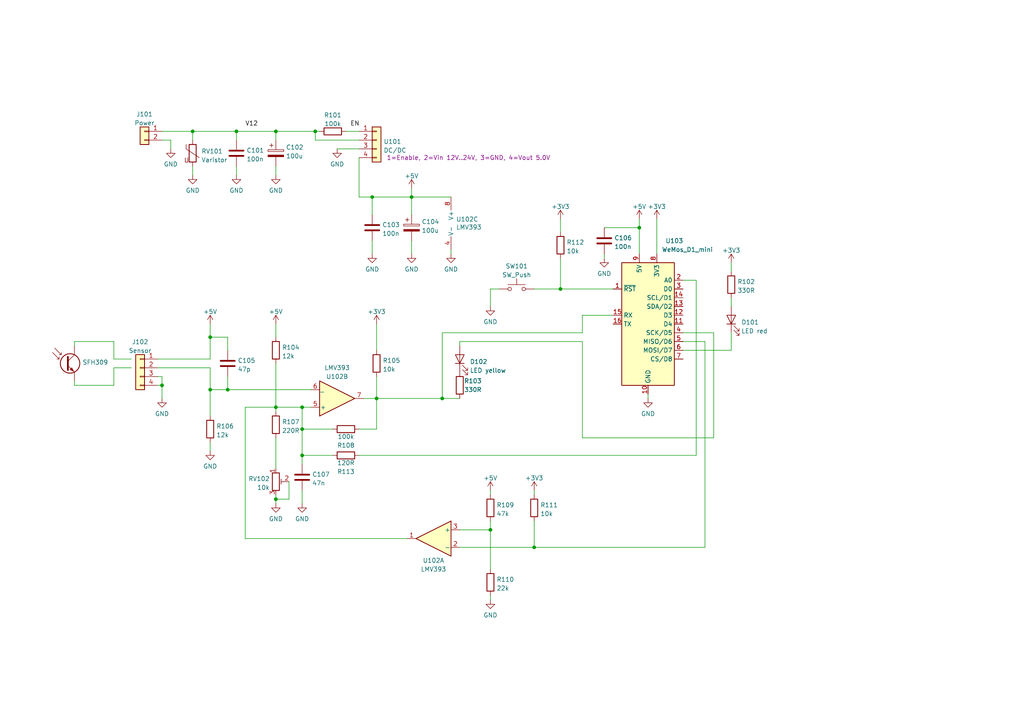
<source format=kicad_sch>
(kicad_sch (version 20211123) (generator eeschema)
  (paper "A4")
  (lib_symbols
    (symbol "Connector_Generic:Conn_01x02" (pin_names (offset 1.016) hide)
      (property "Reference" "J" (at 0 2.54 0))
      (property "Value" "Conn_01x02" (at 0 -5.08 0))
      (symbol "Conn_01x02_1_1"
        (rectangle (start -1.27 -2.413) (end 0 -2.667) (stroke (width 0.1524)))
        (rectangle (start -1.27 0.127) (end 0 -0.127) (stroke (width 0.1524)))
        (rectangle (start -1.27 1.27) (end 1.27 -3.81) (stroke (width 0.254)) (fill (type background)))
        (pin passive line (at -5.08 0 0) (length 3.81) (name "Pin_1") (number "1"))
        (pin passive line (at -5.08 -2.54 0) (length 3.81) (name "Pin_2") (number "2"))
      )
    )
    (symbol "Connector_Generic:Conn_01x04" (pin_names (offset 1.016) hide)
      (property "Reference" "J" (at 0 5.08 0))
      (property "Value" "Conn_01x04" (at 0 -7.62 0))
      (symbol "Conn_01x04_1_1"
        (rectangle (start -1.27 -4.953) (end 0 -5.207) (stroke (width 0.1524)))
        (rectangle (start -1.27 -2.413) (end 0 -2.667) (stroke (width 0.1524)))
        (rectangle (start -1.27 0.127) (end 0 -0.127) (stroke (width 0.1524)))
        (rectangle (start -1.27 2.667) (end 0 2.413) (stroke (width 0.1524)))
        (rectangle (start -1.27 3.81) (end 1.27 -6.35) (stroke (width 0.254)) (fill (type background)))
        (pin passive line (at -5.08 2.54 0) (length 3.81) (name "Pin_1") (number "1"))
        (pin passive line (at -5.08 0 0) (length 3.81) (name "Pin_2") (number "2"))
        (pin passive line (at -5.08 -2.54 0) (length 3.81) (name "Pin_3") (number "3"))
        (pin passive line (at -5.08 -5.08 0) (length 3.81) (name "Pin_4") (number "4"))
      )
    )
    (symbol "Device:C" (pin_numbers hide) (pin_names (offset 0.254))
      (property "Reference" "C" (at 0.635 2.54 0))
      (property "Value" "C" (at 0.635 -2.54 0))
      (symbol "C_0_1"
        (polyline (pts (xy -2.032 -0.762) (xy 2.032 -0.762)) (stroke (width 0.508)))
        (polyline (pts (xy -2.032 0.762) (xy 2.032 0.762)) (stroke (width 0.508)))
      )
      (symbol "C_1_1"
        (pin passive line (at 0 3.81 270) (length 2.794) (name "~") (number "1"))
        (pin passive line (at 0 -3.81 90) (length 2.794) (name "~") (number "2"))
      )
    )
    (symbol "Device:CP" (pin_numbers hide) (pin_names (offset 0.254))
      (property "Reference" "C" (at 0.635 2.54 0))
      (property "Value" "CP" (at 0.635 -2.54 0))
      (symbol "CP_0_1"
        (rectangle (start -2.286 0.508) (end 2.286 1.016))
        (polyline (pts (xy -1.778 2.286) (xy -0.762 2.286)))
        (polyline (pts (xy -1.27 2.794) (xy -1.27 1.778)))
        (rectangle (start 2.286 -0.508) (end -2.286 -1.016) (fill (type outline)))
      )
      (symbol "CP_1_1"
        (pin passive line (at 0 3.81 270) (length 2.794) (name "~") (number "1"))
        (pin passive line (at 0 -3.81 90) (length 2.794) (name "~") (number "2"))
      )
    )
    (symbol "Device:LED" (pin_numbers hide) (pin_names (offset 1.016) hide)
      (property "Reference" "D" (at 0 2.54 0))
      (property "Value" "LED" (at 0 -2.54 0))
      (symbol "LED_0_1"
        (polyline (pts (xy -1.27 -1.27) (xy -1.27 1.27)) (stroke (width 0.2032)))
        (polyline (pts (xy -1.27 0) (xy 1.27 0)))
        (polyline (pts (xy 1.27 -1.27) (xy 1.27 1.27) (xy -1.27 0) (xy 1.27 -1.27)) (stroke (width 0.2032)))
        (polyline (pts (xy -3.048 -0.762) (xy -4.572 -2.286) (xy -3.81 -2.286) (xy -4.572 -2.286) (xy -4.572 -1.524)))
        (polyline (pts (xy -1.778 -0.762) (xy -3.302 -2.286) (xy -2.54 -2.286) (xy -3.302 -2.286) (xy -3.302 -1.524)))
      )
      (symbol "LED_1_1"
        (pin passive line (at -3.81 0 0) (length 2.54) (name "K") (number "1"))
        (pin passive line (at 3.81 0 180) (length 2.54) (name "A") (number "2"))
      )
    )
    (symbol "Device:R" (pin_numbers hide) (pin_names (offset 0))
      (property "Reference" "R" (at 2.032 0 90))
      (property "Value" "R" (at 0 0 90))
      (symbol "R_0_1"
        (rectangle (start -1.016 -2.54) (end 1.016 2.54) (stroke (width 0.254)))
      )
      (symbol "R_1_1"
        (pin passive line (at 0 3.81 270) (length 1.27) (name "~") (number "1"))
        (pin passive line (at 0 -3.81 90) (length 1.27) (name "~") (number "2"))
      )
    )
    (symbol "Device:R_Potentiometer_Trim" (pin_names (offset 1.016) hide)
      (property "Reference" "RV" (at -4.445 0 90))
      (property "Value" "R_Potentiometer_Trim" (at -2.54 0 90))
      (symbol "R_Potentiometer_Trim_0_1"
        (polyline (pts (xy 1.524 0.762) (xy 1.524 -0.762)))
        (polyline (pts (xy 2.54 0) (xy 1.524 0)))
        (rectangle (start 1.016 2.54) (end -1.016 -2.54) (stroke (width 0.254)))
      )
      (symbol "R_Potentiometer_Trim_1_1"
        (pin passive line (at 0 3.81 270) (length 1.27) (name "1") (number "1"))
        (pin passive line (at 3.81 0 180) (length 1.27) (name "2") (number "2"))
        (pin passive line (at 0 -3.81 90) (length 1.27) (name "3") (number "3"))
      )
    )
    (symbol "Device:Varistor" (pin_numbers hide) (pin_names (offset 0))
      (property "Reference" "RV" (at 3.175 0 90))
      (property "Value" "Varistor" (at -3.175 0 90))
      (symbol "Varistor_0_0"
        (text "U" (at -1.778 -2.032 0) (effects (font (size 1.27 1.27))))
      )
      (symbol "Varistor_0_1"
        (rectangle (start -1.016 -2.54) (end 1.016 2.54) (stroke (width 0.254)))
        (polyline (pts (xy -1.905 2.54) (xy -1.905 1.27) (xy 1.905 -1.27)))
      )
      (symbol "Varistor_1_1"
        (pin passive line (at 0 3.81 270) (length 1.27) (name "~") (number "1"))
        (pin passive line (at 0 -3.81 90) (length 1.27) (name "~") (number "2"))
      )
    )
    (symbol "Energiezähler-rescue:LMV393-Comparator" (pin_names (offset 0.127))
      (property "Reference" "U" (at 3.81 3.81 0))
      (property "Value" "LMV393-Comparator" (at 6.35 -3.81 0))
      (symbol "LMV393-Comparator_1_1"
        (polyline (pts (xy -5.08 5.08) (xy 5.08 0) (xy -5.08 -5.08) (xy -5.08 5.08)) (stroke (width 0.254)) (fill (type background)))
        (pin open_collector line (at 7.62 0 180) (length 2.54) (name "~") (number "1"))
        (pin input line (at -7.62 -2.54 0) (length 2.54) (name "-") (number "2"))
        (pin input line (at -7.62 2.54 0) (length 2.54) (name "+") (number "3"))
      )
      (symbol "LMV393-Comparator_2_1"
        (polyline (pts (xy -5.08 5.08) (xy 5.08 0) (xy -5.08 -5.08) (xy -5.08 5.08)) (stroke (width 0.254)) (fill (type background)))
        (pin input line (at -7.62 2.54 0) (length 2.54) (name "+") (number "5"))
        (pin input line (at -7.62 -2.54 0) (length 2.54) (name "_") (number "6"))
        (pin open_collector line (at 7.62 0 180) (length 2.54) (name "~") (number "7"))
      )
      (symbol "LMV393-Comparator_3_1"
        (pin power_in line (at -2.54 -7.62 90) (length 3.81) (name "V-") (number "4"))
        (pin power_in line (at -2.54 7.62 270) (length 3.81) (name "V+") (number "8"))
      )
    )
    (symbol "Energiezähler-rescue:WeMos_D1_mini-MCU_Module"
      (property "Reference" "U" (at 3.81 19.05 0))
      (property "Value" "WeMos_D1_mini-MCU_Module" (at 1.27 -19.05 0))
      (symbol "WeMos_D1_mini-MCU_Module_1_1"
        (rectangle (start -7.62 17.78) (end 7.62 -17.78) (stroke (width 0.254)) (fill (type background)))
        (pin input line (at -10.16 10.16 0) (length 2.54) (name "~{RST}") (number "1"))
        (pin power_in line (at 0 -20.32 90) (length 2.54) (name "GND") (number "10"))
        (pin bidirectional line (at 10.16 0 180) (length 2.54) (name "D4") (number "11"))
        (pin bidirectional line (at 10.16 2.54 180) (length 2.54) (name "D3") (number "12"))
        (pin bidirectional line (at 10.16 5.08 180) (length 2.54) (name "SDA/D2") (number "13"))
        (pin bidirectional line (at 10.16 7.62 180) (length 2.54) (name "SCL/D1") (number "14"))
        (pin input line (at -10.16 2.54 0) (length 2.54) (name "RX") (number "15"))
        (pin output line (at -10.16 0 0) (length 2.54) (name "TX") (number "16"))
        (pin input line (at 10.16 12.7 180) (length 2.54) (name "A0") (number "2"))
        (pin bidirectional line (at 10.16 10.16 180) (length 2.54) (name "D0") (number "3"))
        (pin bidirectional line (at 10.16 -2.54 180) (length 2.54) (name "SCK/D5") (number "4"))
        (pin bidirectional line (at 10.16 -5.08 180) (length 2.54) (name "MISO/D6") (number "5"))
        (pin bidirectional line (at 10.16 -7.62 180) (length 2.54) (name "MOSI/D7") (number "6"))
        (pin bidirectional line (at 10.16 -10.16 180) (length 2.54) (name "CS/D8") (number "7"))
        (pin power_out line (at 2.54 20.32 270) (length 2.54) (name "3V3") (number "8"))
        (pin power_in line (at -2.54 20.32 270) (length 2.54) (name "5V") (number "9"))
      )
    )
    (symbol "Sensor_Optical:SFH309" (pin_numbers hide) (pin_names (offset 0) hide)
      (property "Reference" "Q" (at 5.08 1.27 0))
      (property "Value" "SFH309" (at 5.08 -1.27 0))
      (symbol "SFH309_0_1"
        (polyline (pts (xy -1.905 1.27) (xy -2.54 1.27)))
        (polyline (pts (xy -1.27 2.54) (xy -1.905 2.54)))
        (polyline (pts (xy 0.635 0.635) (xy 2.54 2.54)))
        (polyline (pts (xy -3.81 3.175) (xy -1.905 1.27) (xy -1.905 1.905)))
        (polyline (pts (xy -3.175 4.445) (xy -1.27 2.54) (xy -1.27 3.175)))
        (polyline (pts (xy 0.635 -0.635) (xy 2.54 -2.54) (xy 2.54 -2.54)))
        (polyline (pts (xy 0.635 1.905) (xy 0.635 -1.905) (xy 0.635 -1.905)) (stroke (width 0.508)))
        (polyline (pts (xy 1.27 -1.778) (xy 1.778 -1.27) (xy 2.286 -2.286) (xy 1.27 -1.778) (xy 1.27 -1.778)) (fill (type outline)))
        (circle (center 1.27 0) (radius 2.8194) (stroke (width 0.254)))
      )
      (symbol "SFH309_1_1"
        (pin passive line (at 2.54 5.08 270) (length 2.54) (name "C") (number "1"))
        (pin passive line (at 2.54 -5.08 90) (length 2.54) (name "E") (number "2"))
      )
    )
    (symbol "Switch:SW_Push" (pin_numbers hide) (pin_names (offset 1.016) hide)
      (property "Reference" "SW101" (at 0 6.6208 0))
      (property "Value" "SW_Push" (at 0 4.0839 0))
      (symbol "SW_Push_0_1"
        (circle (center -2.032 0) (radius 0.508))
        (polyline (pts (xy 0 1.27) (xy 0 3.048)))
        (polyline (pts (xy 2.54 1.27) (xy -2.54 1.27)))
        (circle (center 2.032 0) (radius 0.508))
        (pin passive line (at -5.08 0 0) (length 2.54) (name "1") (number "1"))
        (pin passive line (at 5.08 0 180) (length 2.54) (name "2") (number "2"))
      )
    )
    (symbol "power:+3.3V" (power) (pin_names (offset 0))
      (property "Value" "+3.3V" (at 0 3.556 0))
      (symbol "+3.3V_0_1"
        (polyline (pts (xy -0.762 1.27) (xy 0 2.54)))
        (polyline (pts (xy 0 0) (xy 0 2.54)))
        (polyline (pts (xy 0 2.54) (xy 0.762 1.27)))
      )
      (symbol "+3.3V_1_1"
        (pin power_in line (at 0 0 90) (length 0) hide (name "+3V3") (number "1"))
      )
    )
    (symbol "power:+5V" (power) (pin_names (offset 0))
      (property "Value" "+5V" (at 0 3.556 0))
      (symbol "+5V_0_1"
        (polyline (pts (xy -0.762 1.27) (xy 0 2.54)))
        (polyline (pts (xy 0 0) (xy 0 2.54)))
        (polyline (pts (xy 0 2.54) (xy 0.762 1.27)))
      )
      (symbol "+5V_1_1"
        (pin power_in line (at 0 0 90) (length 0) hide (name "+5V") (number "1"))
      )
    )
    (symbol "power:GND" (power) (pin_names (offset 0))
      (property "Value" "GND" (at 0 -3.81 0))
      (symbol "GND_0_1"
        (polyline (pts (xy 0 0) (xy 0 -1.27) (xy 1.27 -1.27) (xy 0 -2.54) (xy -1.27 -1.27) (xy 0 -1.27)))
      )
      (symbol "GND_1_1"
        (pin power_in line (at 0 0 270) (length 0) hide (name "GND") (number "1"))
      )
    )
  )
  (junction (at 87.63 132.08))
  (junction (at 60.96 113.03))
  (junction (at 107.95 57.15))
  (junction (at 80.01 118.11))
  (junction (at 109.22 115.57))
  (junction (at 55.88 38.1))
  (junction (at 80.01 144.78))
  (junction (at 154.94 158.75))
  (junction (at 68.58 38.1))
  (junction (at 185.42 66.04))
  (junction (at 46.99 111.76))
  (junction (at 80.01 38.1))
  (junction (at 60.96 97.79))
  (junction (at 87.63 118.11))
  (junction (at 91.44 38.1))
  (junction (at 142.24 153.67))
  (junction (at 119.38 57.15))
  (junction (at 66.04 113.03))
  (junction (at 87.63 124.46))
  (junction (at 162.56 83.82))
  (junction (at 128.27 115.57))
  (wire (pts (xy 198.12 99.06) (xy 204.47 99.06)))
  (wire (pts (xy 68.58 38.1) (xy 68.58 40.64)))
  (wire (pts (xy 154.94 142.24) (xy 154.94 143.51)))
  (wire (pts (xy 107.95 69.85) (xy 107.95 73.66)))
  (wire (pts (xy 33.02 106.68) (xy 38.1 106.68)))
  (wire (pts (xy 154.94 83.82) (xy 162.56 83.82)))
  (wire (pts (xy 55.88 48.26) (xy 55.88 50.8)))
  (wire (pts (xy 104.14 132.08) (xy 201.93 132.08)))
  (wire (pts (xy 46.99 111.76) (xy 46.99 115.57)))
  (wire (pts (xy 109.22 124.46) (xy 109.22 115.57)))
  (wire (pts (xy 71.12 118.11) (xy 80.01 118.11)))
  (wire (pts (xy 21.59 99.06) (xy 33.02 99.06)))
  (wire (pts (xy 60.96 128.27) (xy 60.96 130.81)))
  (wire (pts (xy 130.81 72.39) (xy 130.81 73.66)))
  (wire (pts (xy 119.38 69.85) (xy 119.38 73.66)))
  (wire (pts (xy 107.95 57.15) (xy 119.38 57.15)))
  (wire (pts (xy 80.01 127) (xy 80.01 135.89)))
  (wire (pts (xy 21.59 111.76) (xy 33.02 111.76)))
  (wire (pts (xy 212.09 76.2) (xy 212.09 78.74)))
  (wire (pts (xy 109.22 115.57) (xy 128.27 115.57)))
  (wire (pts (xy 201.93 81.28) (xy 198.12 81.28)))
  (wire (pts (xy 60.96 106.68) (xy 60.96 113.03)))
  (wire (pts (xy 71.12 118.11) (xy 71.12 156.21)))
  (wire (pts (xy 154.94 151.13) (xy 154.94 158.75)))
  (wire (pts (xy 21.59 100.33) (xy 21.59 99.06)))
  (wire (pts (xy 190.5 63.5) (xy 190.5 73.66)))
  (wire (pts (xy 80.01 48.26) (xy 80.01 50.8)))
  (wire (pts (xy 100.33 38.1) (xy 104.14 38.1)))
  (wire (pts (xy 162.56 83.82) (xy 177.8 83.82)))
  (wire (pts (xy 142.24 172.72) (xy 142.24 173.99)))
  (wire (pts (xy 80.01 38.1) (xy 91.44 38.1)))
  (wire (pts (xy 87.63 132.08) (xy 96.52 132.08)))
  (wire (pts (xy 45.72 111.76) (xy 46.99 111.76)))
  (wire (pts (xy 21.59 110.49) (xy 21.59 111.76)))
  (wire (pts (xy 133.35 99.06) (xy 133.35 100.33)))
  (wire (pts (xy 83.82 139.7) (xy 83.82 144.78)))
  (wire (pts (xy 66.04 101.6) (xy 66.04 97.79)))
  (wire (pts (xy 49.53 40.64) (xy 49.53 43.18)))
  (wire (pts (xy 105.41 115.57) (xy 109.22 115.57)))
  (wire (pts (xy 107.95 62.23) (xy 107.95 57.15)))
  (wire (pts (xy 80.01 38.1) (xy 80.01 40.64)))
  (wire (pts (xy 87.63 142.24) (xy 87.63 146.05)))
  (wire (pts (xy 162.56 63.5) (xy 162.56 67.31)))
  (wire (pts (xy 119.38 54.61) (xy 119.38 57.15)))
  (wire (pts (xy 142.24 153.67) (xy 142.24 165.1)))
  (wire (pts (xy 96.52 124.46) (xy 87.63 124.46)))
  (wire (pts (xy 144.78 83.82) (xy 142.24 83.82)))
  (wire (pts (xy 55.88 38.1) (xy 68.58 38.1)))
  (wire (pts (xy 60.96 113.03) (xy 66.04 113.03)))
  (wire (pts (xy 185.42 63.5) (xy 185.42 66.04)))
  (wire (pts (xy 68.58 48.26) (xy 68.58 50.8)))
  (wire (pts (xy 87.63 118.11) (xy 90.17 118.11)))
  (wire (pts (xy 128.27 96.52) (xy 128.27 115.57)))
  (wire (pts (xy 133.35 153.67) (xy 142.24 153.67)))
  (wire (pts (xy 97.79 43.18) (xy 104.14 43.18)))
  (wire (pts (xy 119.38 62.23) (xy 119.38 57.15)))
  (wire (pts (xy 91.44 38.1) (xy 92.71 38.1)))
  (wire (pts (xy 207.01 96.52) (xy 207.01 127)))
  (wire (pts (xy 198.12 96.52) (xy 207.01 96.52)))
  (wire (pts (xy 104.14 57.15) (xy 107.95 57.15)))
  (wire (pts (xy 168.91 96.52) (xy 128.27 96.52)))
  (wire (pts (xy 68.58 38.1) (xy 80.01 38.1)))
  (wire (pts (xy 91.44 40.64) (xy 91.44 38.1)))
  (wire (pts (xy 80.01 119.38) (xy 80.01 118.11)))
  (wire (pts (xy 104.14 124.46) (xy 109.22 124.46)))
  (wire (pts (xy 80.01 143.51) (xy 80.01 144.78)))
  (wire (pts (xy 162.56 74.93) (xy 162.56 83.82)))
  (wire (pts (xy 60.96 104.14) (xy 60.96 97.79)))
  (wire (pts (xy 142.24 151.13) (xy 142.24 153.67)))
  (wire (pts (xy 133.35 158.75) (xy 154.94 158.75)))
  (wire (pts (xy 168.91 96.52) (xy 168.91 91.44)))
  (wire (pts (xy 60.96 113.03) (xy 60.96 120.65)))
  (wire (pts (xy 87.63 124.46) (xy 87.63 132.08)))
  (wire (pts (xy 33.02 104.14) (xy 38.1 104.14)))
  (wire (pts (xy 109.22 115.57) (xy 109.22 109.22)))
  (wire (pts (xy 33.02 106.68) (xy 33.02 111.76)))
  (wire (pts (xy 55.88 40.64) (xy 55.88 38.1)))
  (wire (pts (xy 168.91 99.06) (xy 168.91 127)))
  (wire (pts (xy 185.42 66.04) (xy 185.42 73.66)))
  (wire (pts (xy 66.04 113.03) (xy 90.17 113.03)))
  (wire (pts (xy 154.94 158.75) (xy 204.47 158.75)))
  (wire (pts (xy 142.24 142.24) (xy 142.24 143.51)))
  (wire (pts (xy 87.63 118.11) (xy 87.63 124.46)))
  (wire (pts (xy 60.96 97.79) (xy 60.96 93.98)))
  (wire (pts (xy 46.99 109.22) (xy 46.99 111.76)))
  (wire (pts (xy 45.72 109.22) (xy 46.99 109.22)))
  (wire (pts (xy 109.22 93.98) (xy 109.22 101.6)))
  (wire (pts (xy 71.12 156.21) (xy 118.11 156.21)))
  (wire (pts (xy 128.27 115.57) (xy 133.35 115.57)))
  (wire (pts (xy 212.09 101.6) (xy 212.09 96.52)))
  (wire (pts (xy 133.35 99.06) (xy 168.91 99.06)))
  (wire (pts (xy 66.04 109.22) (xy 66.04 113.03)))
  (wire (pts (xy 80.01 144.78) (xy 80.01 146.05)))
  (wire (pts (xy 168.91 91.44) (xy 177.8 91.44)))
  (wire (pts (xy 212.09 86.36) (xy 212.09 88.9)))
  (wire (pts (xy 45.72 106.68) (xy 60.96 106.68)))
  (wire (pts (xy 168.91 127) (xy 207.01 127)))
  (wire (pts (xy 46.99 38.1) (xy 55.88 38.1)))
  (wire (pts (xy 201.93 132.08) (xy 201.93 81.28)))
  (wire (pts (xy 80.01 144.78) (xy 83.82 144.78)))
  (wire (pts (xy 198.12 101.6) (xy 212.09 101.6)))
  (wire (pts (xy 80.01 118.11) (xy 87.63 118.11)))
  (wire (pts (xy 66.04 97.79) (xy 60.96 97.79)))
  (wire (pts (xy 45.72 104.14) (xy 60.96 104.14)))
  (wire (pts (xy 175.26 66.04) (xy 185.42 66.04)))
  (wire (pts (xy 204.47 99.06) (xy 204.47 158.75)))
  (wire (pts (xy 87.63 132.08) (xy 87.63 134.62)))
  (wire (pts (xy 104.14 45.72) (xy 104.14 57.15)))
  (wire (pts (xy 142.24 83.82) (xy 142.24 88.9)))
  (wire (pts (xy 175.26 73.66) (xy 175.26 74.93)))
  (wire (pts (xy 80.01 93.98) (xy 80.01 97.79)))
  (wire (pts (xy 80.01 105.41) (xy 80.01 118.11)))
  (wire (pts (xy 119.38 57.15) (xy 130.81 57.15)))
  (wire (pts (xy 33.02 99.06) (xy 33.02 104.14)))
  (wire (pts (xy 187.96 114.3) (xy 187.96 115.57)))
  (wire (pts (xy 104.14 40.64) (xy 91.44 40.64)))
  (wire (pts (xy 46.99 40.64) (xy 49.53 40.64)))
  (label "EN" (at 101.6 36.83 0))
  (label "V12" (at 71.12 36.83 0))
  (symbol (lib_id "Energiezähler-rescue:LMV393-Comparator") (at 125.73 156.21 0) (mirror y) (unit 1)
    (property "Reference" "U102" (at 125.73 162.56 0))
    (property "Value" "LMV393" (at 125.73 165.1 0))
    (property "Footprint" "Package_DIP:DIP-8_W7.62mm" (effects hide))
    (property "Datasheet" "http://www.ti.com/lit/ds/symlink/lmv331.pdf" (effects hide))
  )
  (symbol (lib_id "Energiezähler-rescue:LMV393-Comparator") (at 97.79 115.57 0) (mirror x) (unit 2)
    (property "Reference" "U102" (at 97.79 109.22 0))
    (property "Value" "LMV393" (at 97.79 106.68 0))
    (property "Footprint" "Package_DIP:DIP-8_W7.62mm" (effects hide))
    (property "Datasheet" "http://www.ti.com/lit/ds/symlink/lmv331.pdf" (effects hide))
  )
  (symbol (lib_id "Energiezähler-rescue:LMV393-Comparator") (at 133.35 64.77 0) (unit 3)
    (property "Reference" "U102" (at 132.2832 63.6016 0) (effects (justify left)))
    (property "Value" "LMV393" (at 132.2832 65.913 0) (effects (justify left)))
    (property "Footprint" "Package_DIP:DIP-8_W7.62mm" (effects hide))
    (property "Datasheet" "http://www.ti.com/lit/ds/symlink/lmv331.pdf" (effects hide))
  )
  (symbol (lib_id "Energiezähler-rescue:WeMos_D1_mini-MCU_Module") (at 187.96 93.98 0) (unit 1)
    (property "Reference" "U103" (at 195.58 69.85 0))
    (property "Value" "WeMos_D1_mini" (at 199.39 72.39 0))
    (property "Footprint" "ESP8266:wemos-d1-mini-with-pin-header" (effects hide))
    (property "Datasheet" "https://wiki.wemos.cc/products:d1:d1_mini#documentation" (effects hide))
  )
  (symbol (lib_id "Device:R") (at 100.33 124.46 90) (mirror x) (unit 1)
    (property "Reference" "R108" (at 100.33 129.1758 90))
    (property "Value" "100k" (at 100.33 126.6389 90))
    (property "Footprint" "Resistor_SMD:R_0805_2012Metric_Pad1.20x1.40mm_HandSolder" (effects hide))
  )
  (symbol (lib_id "power:GND") (at 107.95 73.66 0) (unit 1)
    (property "Reference" "#PWR0109" (effects hide))
    (property "Value" "GND" (at 107.95 78.1034 0))
  )
  (symbol (lib_id "power:+5V") (at 142.24 142.24 0) (unit 1)
    (property "Reference" "#PWR0120" (effects hide))
    (property "Value" "+5V" (at 142.24 138.6642 0))
  )
  (symbol (lib_id "power:GND") (at 187.96 115.57 0) (unit 1)
    (property "Reference" "#PWR0125" (effects hide))
    (property "Value" "GND" (at 187.96 120.0134 0))
  )
  (symbol (lib_id "Device:CP") (at 119.38 66.04 0) (unit 1)
    (property "Reference" "C104" (at 122.301 64.3163 0) (effects (justify left)))
    (property "Value" "100u" (at 122.301 66.8532 0) (effects (justify left)))
    (property "Footprint" "Capacitor_THT:CP_Radial_D6.3mm_P2.50mm" (effects hide))
  )
  (symbol (lib_id "Device:R_Potentiometer_Trim") (at 80.01 139.7 0) (unit 1)
    (property "Reference" "RV102" (at 78.2321 138.8653 0) (effects (justify right)))
    (property "Value" "10k" (at 78.2321 141.4022 0) (effects (justify right)))
    (property "Footprint" "Potentiometer_THT:Potentiometer_Bourns_3266W_Vertical" (effects hide))
  )
  (symbol (lib_id "Device:R") (at 60.96 124.46 180) (unit 1)
    (property "Reference" "R106" (at 62.738 123.6253 0) (effects (justify right)))
    (property "Value" "12k" (at 62.738 126.1622 0) (effects (justify right)))
    (property "Footprint" "Resistor_SMD:R_0805_2012Metric_Pad1.20x1.40mm_HandSolder" (effects hide))
  )
  (symbol (lib_id "Device:R") (at 162.56 71.12 180) (unit 1)
    (property "Reference" "R112" (at 164.338 70.2853 0) (effects (justify right)))
    (property "Value" "10k" (at 164.338 72.8222 0) (effects (justify right)))
    (property "Footprint" "Resistor_SMD:R_0805_2012Metric_Pad1.20x1.40mm_HandSolder" (effects hide))
  )
  (symbol (lib_id "Device:CP") (at 80.01 44.45 0) (unit 1)
    (property "Reference" "C102" (at 82.931 42.7263 0) (effects (justify left)))
    (property "Value" "100u" (at 82.931 45.2632 0) (effects (justify left)))
    (property "Footprint" "Capacitor_THT:CP_Radial_D6.3mm_P2.50mm" (effects hide))
  )
  (symbol (lib_id "power:+3.3V") (at 154.94 142.24 0) (unit 1)
    (property "Reference" "#PWR0116" (effects hide))
    (property "Value" "+3.3V" (at 154.94 138.6642 0))
  )
  (symbol (lib_id "power:GND") (at 130.81 73.66 0) (unit 1)
    (property "Reference" "#PWR0111" (effects hide))
    (property "Value" "GND" (at 130.81 78.1034 0))
  )
  (symbol (lib_id "power:GND") (at 49.53 43.18 0) (unit 1)
    (property "Reference" "#PWR0101" (effects hide))
    (property "Value" "GND" (at 49.53 47.6234 0))
  )
  (symbol (lib_id "power:GND") (at 97.79 43.18 0) (unit 1)
    (property "Reference" "#PWR0102" (effects hide))
    (property "Value" "GND" (at 97.79 47.6234 0))
  )
  (symbol (lib_id "Connector_Generic:Conn_01x04") (at 40.64 106.68 0) (mirror y) (unit 1)
    (property "Reference" "J102" (at 40.64 99.1702 0))
    (property "Value" "Sensor" (at 40.64 101.7071 0))
    (property "Footprint" "Connector_PinHeader_2.54mm:PinHeader_1x04_P2.54mm_Vertical" (effects hide))
  )
  (symbol (lib_id "power:GND") (at 142.24 88.9 0) (unit 1)
    (property "Reference" "#PWR0123" (effects hide))
    (property "Value" "GND" (at 142.24 93.3434 0))
  )
  (symbol (lib_id "power:+5V") (at 185.42 63.5 0) (unit 1)
    (property "Reference" "#PWR0107" (effects hide))
    (property "Value" "+5V" (at 185.42 59.9242 0))
  )
  (symbol (lib_id "power:GND") (at 80.01 146.05 0) (unit 1)
    (property "Reference" "#PWR0119" (effects hide))
    (property "Value" "GND" (at 80.01 150.4934 0))
  )
  (symbol (lib_id "Device:R") (at 133.35 111.76 0) (mirror x) (unit 1)
    (property "Reference" "R103" (at 137.16 110.49 0))
    (property "Value" "330R" (at 137.16 113.03 0))
    (property "Footprint" "Resistor_SMD:R_0805_2012Metric_Pad1.20x1.40mm_HandSolder" (effects hide))
  )
  (symbol (lib_id "power:+5V") (at 119.38 54.61 0) (unit 1)
    (property "Reference" "#PWR0106" (effects hide))
    (property "Value" "+5V" (at 119.38 51.0342 0))
  )
  (symbol (lib_id "power:+5V") (at 60.96 93.98 0) (unit 1)
    (property "Reference" "#PWR0113" (effects hide))
    (property "Value" "+5V" (at 60.96 90.4042 0))
  )
  (symbol (lib_id "power:GND") (at 80.01 50.8 0) (unit 1)
    (property "Reference" "#PWR0105" (effects hide))
    (property "Value" "GND" (at 80.01 55.2434 0))
  )
  (symbol (lib_id "Device:C") (at 68.58 44.45 0) (unit 1)
    (property "Reference" "C101" (at 71.501 43.6153 0) (effects (justify left)))
    (property "Value" "100n" (at 71.501 46.1522 0) (effects (justify left)))
    (property "Footprint" "Capacitor_SMD:C_0805_2012Metric_Pad1.18x1.45mm_HandSolder" (effects hide))
  )
  (symbol (lib_id "Device:R") (at 109.22 105.41 180) (unit 1)
    (property "Reference" "R105" (at 110.998 104.5753 0) (effects (justify right)))
    (property "Value" "10k" (at 110.998 107.1122 0) (effects (justify right)))
    (property "Footprint" "Resistor_SMD:R_0805_2012Metric_Pad1.20x1.40mm_HandSolder" (effects hide))
  )
  (symbol (lib_id "power:GND") (at 55.88 50.8 0) (unit 1)
    (property "Reference" "#PWR0103" (effects hide))
    (property "Value" "GND" (at 55.88 55.2434 0))
  )
  (symbol (lib_id "Device:C") (at 175.26 69.85 0) (unit 1)
    (property "Reference" "C106" (at 178.181 69.0153 0) (effects (justify left)))
    (property "Value" "100n" (at 178.181 71.5522 0) (effects (justify left)))
    (property "Footprint" "Capacitor_SMD:C_0805_2012Metric_Pad1.18x1.45mm_HandSolder" (effects hide))
  )
  (symbol (lib_id "Device:R") (at 142.24 147.32 180) (unit 1)
    (property "Reference" "R109" (at 144.018 146.4853 0) (effects (justify right)))
    (property "Value" "47k" (at 144.018 149.0222 0) (effects (justify right)))
    (property "Footprint" "Resistor_SMD:R_0805_2012Metric_Pad1.20x1.40mm_HandSolder" (effects hide))
  )
  (symbol (lib_id "Device:C") (at 66.04 105.41 0) (unit 1)
    (property "Reference" "C105" (at 68.961 104.5753 0) (effects (justify left)))
    (property "Value" "47p" (at 68.961 107.1122 0) (effects (justify left)))
    (property "Footprint" "Capacitor_SMD:C_0805_2012Metric_Pad1.18x1.45mm_HandSolder" (effects hide))
  )
  (symbol (lib_id "Connector_Generic:Conn_01x02") (at 41.91 38.1 0) (mirror y) (unit 1)
    (property "Reference" "J101" (at 41.91 33.1302 0))
    (property "Value" "Power" (at 41.91 35.6671 0))
    (property "Footprint" "Connector_PinHeader_2.54mm:PinHeader_1x02_P2.54mm_Vertical" (effects hide))
  )
  (symbol (lib_id "Device:R") (at 142.24 168.91 180) (unit 1)
    (property "Reference" "R110" (at 144.018 168.0753 0) (effects (justify right)))
    (property "Value" "22k" (at 144.018 170.6122 0) (effects (justify right)))
    (property "Footprint" "Resistor_SMD:R_0805_2012Metric_Pad1.20x1.40mm_HandSolder" (effects hide))
  )
  (symbol (lib_id "power:+5V") (at 80.01 93.98 0) (unit 1)
    (property "Reference" "#PWR0114" (effects hide))
    (property "Value" "+5V" (at 80.01 90.4042 0))
  )
  (symbol (lib_id "Device:LED") (at 133.35 104.14 90) (unit 1)
    (property "Reference" "D102" (at 136.271 104.9055 90) (effects (justify right)))
    (property "Value" "LED yellow" (at 136.271 107.4424 90) (effects (justify right)))
    (property "Footprint" "LED_THT:LED_D3.0mm" (effects hide))
  )
  (symbol (lib_id "Device:R") (at 212.09 82.55 180) (unit 1)
    (property "Reference" "R102" (at 213.868 81.7153 0) (effects (justify right)))
    (property "Value" "330R" (at 213.868 84.2522 0) (effects (justify right)))
    (property "Footprint" "Resistor_SMD:R_0805_2012Metric_Pad1.20x1.40mm_HandSolder" (effects hide))
  )
  (symbol (lib_id "power:GND") (at 87.63 146.05 0) (unit 1)
    (property "Reference" "#PWR0126" (effects hide))
    (property "Value" "GND" (at 87.63 150.4934 0))
  )
  (symbol (lib_id "Device:R") (at 80.01 123.19 180) (unit 1)
    (property "Reference" "R107" (at 81.788 122.3553 0) (effects (justify right)))
    (property "Value" "220R" (at 81.788 124.8922 0) (effects (justify right)))
    (property "Footprint" "Resistor_SMD:R_0805_2012Metric_Pad1.20x1.40mm_HandSolder" (effects hide))
  )
  (symbol (lib_id "Device:LED") (at 212.09 92.71 90) (unit 1)
    (property "Reference" "D101" (at 215.011 93.4755 90) (effects (justify right)))
    (property "Value" "LED red" (at 215.011 96.0124 90) (effects (justify right)))
    (property "Footprint" "LED_THT:LED_D3.0mm" (effects hide))
  )
  (symbol (lib_id "power:GND") (at 142.24 173.99 0) (unit 1)
    (property "Reference" "#PWR0121" (effects hide))
    (property "Value" "GND" (at 142.24 178.4334 0))
  )
  (symbol (lib_id "power:+3.3V") (at 109.22 93.98 0) (unit 1)
    (property "Reference" "#PWR0115" (effects hide))
    (property "Value" "+3.3V" (at 109.22 90.4042 0))
  )
  (symbol (lib_id "Device:R") (at 80.01 101.6 180) (unit 1)
    (property "Reference" "R104" (at 81.788 100.7653 0) (effects (justify right)))
    (property "Value" "12k" (at 81.788 103.3022 0) (effects (justify right)))
    (property "Footprint" "Resistor_SMD:R_0805_2012Metric_Pad1.20x1.40mm_HandSolder" (effects hide))
  )
  (symbol (lib_id "power:GND") (at 46.99 115.57 0) (unit 1)
    (property "Reference" "#PWR0117" (effects hide))
    (property "Value" "GND" (at 46.99 120.0134 0))
  )
  (symbol (lib_id "power:GND") (at 68.58 50.8 0) (unit 1)
    (property "Reference" "#PWR0104" (effects hide))
    (property "Value" "GND" (at 68.58 55.2434 0))
  )
  (symbol (lib_id "Switch:SW_Push") (at 149.86 83.82 0) (unit 1)
    (property "Reference" "SW101" (at 149.86 77.1992 0))
    (property "Value" "SW_Push" (at 149.86 79.7361 0))
    (property "Footprint" "Button_Switch_THT:SW_Tactile_SPST_Angled_PTS645Vx58-2LFS" (effects hide))
  )
  (symbol (lib_id "Device:C") (at 87.63 138.43 0) (unit 1)
    (property "Reference" "C107" (at 90.551 137.5953 0) (effects (justify left)))
    (property "Value" "47n" (at 90.551 140.1322 0) (effects (justify left)))
    (property "Footprint" "Capacitor_SMD:C_0805_2012Metric_Pad1.18x1.45mm_HandSolder" (effects hide))
  )
  (symbol (lib_id "power:+3.3V") (at 190.5 63.5 0) (unit 1)
    (property "Reference" "#PWR0108" (effects hide))
    (property "Value" "+3.3V" (at 190.5 59.9242 0))
  )
  (symbol (lib_id "Device:C") (at 107.95 66.04 0) (unit 1)
    (property "Reference" "C103" (at 110.871 65.2053 0) (effects (justify left)))
    (property "Value" "100n" (at 110.871 67.7422 0) (effects (justify left)))
    (property "Footprint" "Capacitor_SMD:C_0805_2012Metric_Pad1.18x1.45mm_HandSolder" (effects hide))
  )
  (symbol (lib_id "Connector_Generic:Conn_01x04") (at 109.22 40.64 0) (unit 1)
    (property "Reference" "U101" (at 111.252 41.0753 0) (effects (justify left)))
    (property "Value" "DC/DC" (at 111.252 43.6122 0) (effects (justify left)))
    (property "Footprint" "Connector_PinHeader_2.54mm:PinHeader_1x04_P2.54mm_Vertical" (effects hide))
    (property "Datasheet" "https://www.amazon.de/PEMENOL-Einstellbar-Spannungwandler-Stromversorgung-Wirkungsgrad/dp/B07DP2MDJQ" (effects hide))
    (property "Info" "1=Enable, 2=Vin 12V..24V, 3=GND, 4=Vout 5.0V" (at 135.89 45.72 0))
  )
  (symbol (lib_id "power:+3.3V") (at 162.56 63.5 0) (unit 1)
    (property "Reference" "#PWR0124" (effects hide))
    (property "Value" "+3.3V" (at 162.56 59.9242 0))
  )
  (symbol (lib_id "power:GND") (at 60.96 130.81 0) (unit 1)
    (property "Reference" "#PWR0118" (effects hide))
    (property "Value" "GND" (at 60.96 135.2534 0))
  )
  (symbol (lib_id "power:GND") (at 119.38 73.66 0) (unit 1)
    (property "Reference" "#PWR0110" (effects hide))
    (property "Value" "GND" (at 119.38 78.1034 0))
  )
  (symbol (lib_id "Sensor_Optical:SFH309") (at 19.05 105.41 0) (unit 1) (on_board no)
    (property "Reference" "Q0" (effects hide))
    (property "Value" "SFH309" (at 23.9014 105.0945 0) (effects (justify left)))
    (property "Datasheet" "http://www.osram-os.com/Graphics/XPic2/00101811_0.pdf/SFH%20309,%20SFH%20309%20FA,%20Lead%20(Pb)%20Free%20Product%20-%20RoHS%20Compliant.pdf" (effects hide))
  )
  (symbol (lib_id "power:GND") (at 175.26 74.93 0) (unit 1)
    (property "Reference" "#PWR0122" (effects hide))
    (property "Value" "GND" (at 175.26 79.3734 0))
  )
  (symbol (lib_id "Device:R") (at 154.94 147.32 180) (unit 1)
    (property "Reference" "R111" (at 156.718 146.4853 0) (effects (justify right)))
    (property "Value" "10k" (at 156.718 149.0222 0) (effects (justify right)))
    (property "Footprint" "Resistor_SMD:R_0805_2012Metric_Pad1.20x1.40mm_HandSolder" (effects hide))
  )
  (symbol (lib_id "Device:Varistor") (at 55.88 44.45 0) (unit 1)
    (property "Reference" "RV101" (at 58.42 43.8685 0) (effects (justify left)))
    (property "Value" "Varistor" (at 58.42 46.4054 0) (effects (justify left)))
    (property "Footprint" "Diode_THT:D_A-405_P12.70mm_Horizontal" (effects hide))
  )
  (symbol (lib_id "power:+3.3V") (at 212.09 76.2 0) (unit 1)
    (property "Reference" "#PWR0112" (effects hide))
    (property "Value" "+3.3V" (at 212.09 72.6242 0))
  )
  (symbol (lib_id "Device:R") (at 96.52 38.1 90) (unit 1)
    (property "Reference" "R101" (at 96.52 33.3842 90))
    (property "Value" "100k" (at 96.52 35.9211 90))
    (property "Footprint" "Resistor_SMD:R_0805_2012Metric_Pad1.20x1.40mm_HandSolder" (effects hide))
  )
  (symbol (lib_id "Device:R") (at 100.33 132.08 90) (mirror x) (unit 1)
    (property "Reference" "R113" (at 100.33 136.7958 90))
    (property "Value" "120R" (at 100.33 134.2589 90))
    (property "Footprint" "Resistor_SMD:R_0805_2012Metric_Pad1.20x1.40mm_HandSolder" (effects hide))
  )
)
</source>
